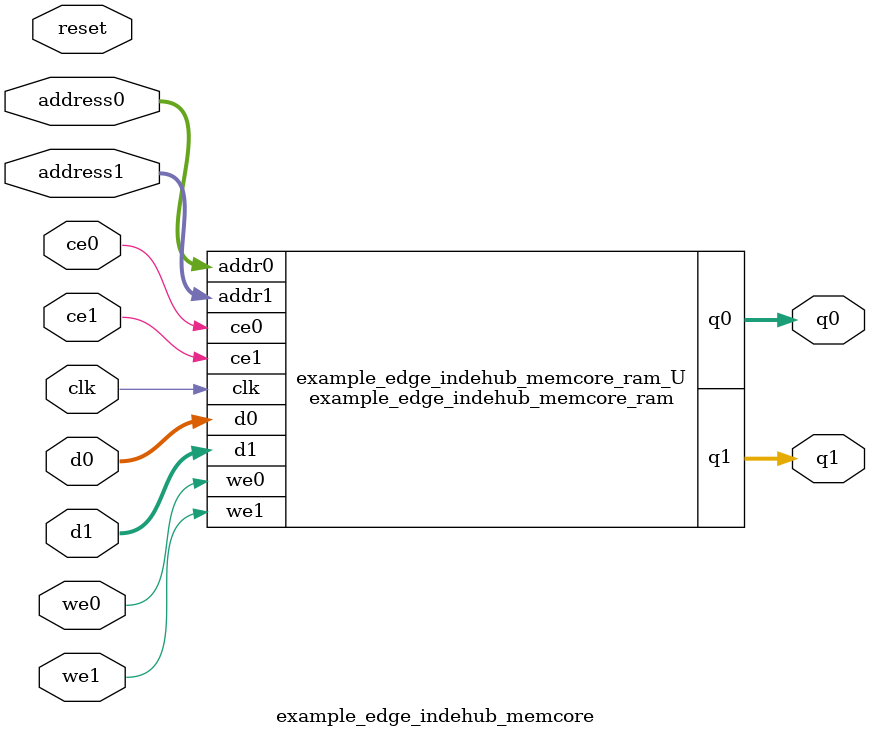
<source format=v>
`timescale 1 ns / 1 ps
module example_edge_indehub_memcore_ram (addr0, ce0, d0, we0, q0, addr1, ce1, d1, we1, q1,  clk);

parameter DWIDTH = 14;
parameter AWIDTH = 7;
parameter MEM_SIZE = 120;

input[AWIDTH-1:0] addr0;
input ce0;
input[DWIDTH-1:0] d0;
input we0;
output reg[DWIDTH-1:0] q0;
input[AWIDTH-1:0] addr1;
input ce1;
input[DWIDTH-1:0] d1;
input we1;
output reg[DWIDTH-1:0] q1;
input clk;

(* ram_style = "block" *)reg [DWIDTH-1:0] ram[0:MEM_SIZE-1];




always @(posedge clk)  
begin 
    if (ce0) begin
        if (we0) 
            ram[addr0] <= d0; 
        q0 <= ram[addr0];
    end
end


always @(posedge clk)  
begin 
    if (ce1) begin
        if (we1) 
            ram[addr1] <= d1; 
        q1 <= ram[addr1];
    end
end


endmodule

`timescale 1 ns / 1 ps
module example_edge_indehub_memcore(
    reset,
    clk,
    address0,
    ce0,
    we0,
    d0,
    q0,
    address1,
    ce1,
    we1,
    d1,
    q1);

parameter DataWidth = 32'd14;
parameter AddressRange = 32'd120;
parameter AddressWidth = 32'd7;
input reset;
input clk;
input[AddressWidth - 1:0] address0;
input ce0;
input we0;
input[DataWidth - 1:0] d0;
output[DataWidth - 1:0] q0;
input[AddressWidth - 1:0] address1;
input ce1;
input we1;
input[DataWidth - 1:0] d1;
output[DataWidth - 1:0] q1;



example_edge_indehub_memcore_ram example_edge_indehub_memcore_ram_U(
    .clk( clk ),
    .addr0( address0 ),
    .ce0( ce0 ),
    .we0( we0 ),
    .d0( d0 ),
    .q0( q0 ),
    .addr1( address1 ),
    .ce1( ce1 ),
    .we1( we1 ),
    .d1( d1 ),
    .q1( q1 ));

endmodule


</source>
